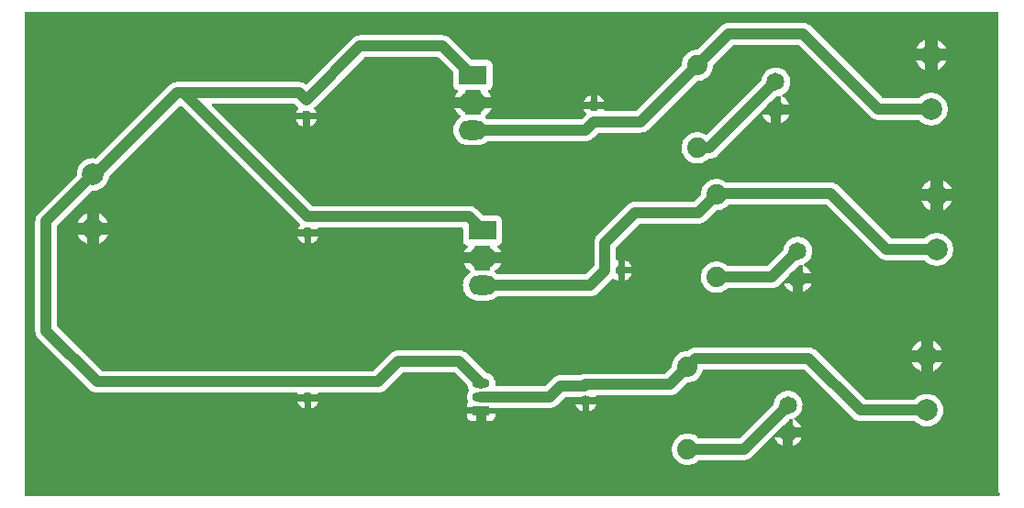
<source format=gbl>
G04 Layer: BottomLayer*
G04 EasyEDA v6.5.46, 2025-05-24 16:21:16*
G04 ef174af1d8114eec8ec5a0e0ba4c07ea,10*
G04 Gerber Generator version 0.2*
G04 Scale: 100 percent, Rotated: No, Reflected: No *
G04 Dimensions in millimeters *
G04 leading zeros omitted , absolute positions ,4 integer and 5 decimal *
%FSLAX45Y45*%
%MOMM*%

%ADD10C,1.0000*%
%ADD11C,1.6510*%
%ADD12C,2.0000*%
%ADD13C,1.8796*%
%ADD14O,2.5999948X1.7999964*%
%ADD15R,2.6000X1.8000*%
%ADD16O,1.5999968X0.8999982*%
%ADD17R,1.6000X0.9000*%
%ADD18R,0.0142X0.9000*%

%LPD*%
G36*
X736092Y3225800D02*
G01*
X732180Y3226562D01*
X728929Y3228797D01*
X726694Y3232048D01*
X725932Y3235960D01*
X725932Y7685531D01*
X726694Y7689443D01*
X728929Y7692694D01*
X732180Y7694930D01*
X736092Y7695692D01*
X9705340Y7695692D01*
X9709251Y7694930D01*
X9712502Y7692694D01*
X9714738Y7689443D01*
X9715500Y7685531D01*
X9715500Y3264915D01*
X9716211Y3263188D01*
X9724694Y3254705D01*
X9726930Y3251403D01*
X9727692Y3247491D01*
X9727692Y3235960D01*
X9726930Y3232048D01*
X9724694Y3228797D01*
X9721443Y3226562D01*
X9717532Y3225800D01*
G37*

%LPC*%
G36*
X6837070Y3513378D02*
G01*
X6853529Y3513378D01*
X6869938Y3515258D01*
X6885990Y3519017D01*
X6901535Y3524554D01*
X6916318Y3531819D01*
X6930186Y3540709D01*
X6942988Y3551174D01*
X6945731Y3554018D01*
X6949084Y3556304D01*
X6953046Y3557117D01*
X7365644Y3557117D01*
X7379106Y3557981D01*
X7392009Y3560572D01*
X7404455Y3564788D01*
X7416241Y3570579D01*
X7427163Y3577894D01*
X7437272Y3586784D01*
X7705191Y3854653D01*
X7708442Y3856837D01*
X7712354Y3857599D01*
X7724800Y3857599D01*
X7724800Y3870045D01*
X7725562Y3873957D01*
X7727746Y3877208D01*
X7779410Y3928922D01*
X7782204Y3930853D01*
X7785404Y3931818D01*
X7795920Y3933088D01*
X7807502Y3935882D01*
X7811109Y3936085D01*
X7814614Y3934968D01*
X7817459Y3932732D01*
X7819390Y3929583D01*
X7820050Y3925976D01*
X7820050Y3857599D01*
X7896453Y3857599D01*
X7895691Y3859987D01*
X7888884Y3874211D01*
X7880502Y3887571D01*
X7870545Y3899814D01*
X7859268Y3910787D01*
X7846720Y3920337D01*
X7833106Y3928364D01*
X7829956Y3931310D01*
X7828280Y3935272D01*
X7828381Y3939590D01*
X7830312Y3943451D01*
X7833614Y3946144D01*
X7840065Y3949446D01*
X7853121Y3958285D01*
X7865059Y3968546D01*
X7875676Y3980179D01*
X7884871Y3992981D01*
X7892491Y4006799D01*
X7898434Y4021378D01*
X7902549Y4036618D01*
X7904886Y4052163D01*
X7905394Y4067962D01*
X7903972Y4083659D01*
X7900720Y4099051D01*
X7895691Y4113987D01*
X7888884Y4128211D01*
X7880502Y4141571D01*
X7870545Y4153814D01*
X7859268Y4164787D01*
X7846720Y4174337D01*
X7833156Y4182364D01*
X7818729Y4188714D01*
X7803642Y4193286D01*
X7788148Y4196080D01*
X7772400Y4197045D01*
X7756652Y4196080D01*
X7741158Y4193286D01*
X7726070Y4188714D01*
X7711643Y4182364D01*
X7698079Y4174337D01*
X7685531Y4164787D01*
X7674254Y4153814D01*
X7664297Y4141571D01*
X7655915Y4128211D01*
X7649108Y4113987D01*
X7644079Y4099051D01*
X7640828Y4083659D01*
X7640269Y4077360D01*
X7639354Y4073956D01*
X7637322Y4071061D01*
X7327341Y3761079D01*
X7324039Y3758844D01*
X7320178Y3758082D01*
X6953046Y3758082D01*
X6949389Y3758793D01*
X6946188Y3760774D01*
X6936740Y3769410D01*
X6923379Y3779113D01*
X6909053Y3787241D01*
X6893864Y3793642D01*
X6878015Y3798315D01*
X6861759Y3801110D01*
X6845300Y3802075D01*
X6828840Y3801110D01*
X6812584Y3798315D01*
X6796735Y3793642D01*
X6781546Y3787241D01*
X6767220Y3779113D01*
X6753859Y3769410D01*
X6741718Y3758285D01*
X6730898Y3745788D01*
X6721602Y3732174D01*
X6713880Y3717594D01*
X6707936Y3702253D01*
X6703720Y3686301D01*
X6701383Y3669944D01*
X6700875Y3653485D01*
X6702298Y3637026D01*
X6705600Y3620871D01*
X6710680Y3605174D01*
X6717538Y3590188D01*
X6726072Y3576065D01*
X6736130Y3563010D01*
X6747611Y3551174D01*
X6760413Y3540709D01*
X6774281Y3531819D01*
X6789064Y3524554D01*
X6804609Y3519017D01*
X6820662Y3515258D01*
G37*
G36*
X7724800Y3686048D02*
G01*
X7724800Y3762349D01*
X7648397Y3762349D01*
X7652308Y3752799D01*
X7659928Y3738981D01*
X7669123Y3726179D01*
X7679740Y3714546D01*
X7691678Y3704285D01*
X7704734Y3695446D01*
X7718755Y3688283D01*
G37*
G36*
X7820050Y3686048D02*
G01*
X7826044Y3688283D01*
X7840065Y3695446D01*
X7853121Y3704285D01*
X7865059Y3714546D01*
X7875676Y3726179D01*
X7884871Y3738981D01*
X7892491Y3752799D01*
X7896402Y3762349D01*
X7820050Y3762349D01*
G37*
G36*
X9055100Y3866286D02*
G01*
X9071965Y3867200D01*
X9088577Y3870045D01*
X9104782Y3874719D01*
X9120378Y3881170D01*
X9135160Y3889349D01*
X9148927Y3899103D01*
X9161526Y3910329D01*
X9172752Y3922928D01*
X9182506Y3936695D01*
X9190685Y3951478D01*
X9197136Y3967073D01*
X9201810Y3983278D01*
X9204655Y3999890D01*
X9205569Y4016756D01*
X9204655Y4033621D01*
X9201810Y4050233D01*
X9197136Y4066438D01*
X9190685Y4082034D01*
X9182506Y4096816D01*
X9172752Y4110583D01*
X9161526Y4123182D01*
X9148927Y4134408D01*
X9135160Y4144162D01*
X9120378Y4152341D01*
X9104782Y4158792D01*
X9088577Y4163466D01*
X9071965Y4166311D01*
X9055100Y4167225D01*
X9038234Y4166311D01*
X9021622Y4163466D01*
X9005417Y4158792D01*
X8989822Y4152341D01*
X8975039Y4144162D01*
X8961272Y4134408D01*
X8948674Y4123182D01*
X8946438Y4120642D01*
X8943035Y4118152D01*
X8938869Y4117238D01*
X8487765Y4117238D01*
X8483904Y4118000D01*
X8480602Y4120235D01*
X8034172Y4566615D01*
X8024063Y4575505D01*
X8013141Y4582820D01*
X8001355Y4588611D01*
X7988909Y4592828D01*
X7976006Y4595418D01*
X7962544Y4596282D01*
X6921855Y4596282D01*
X6908393Y4595418D01*
X6895490Y4592828D01*
X6883044Y4588611D01*
X6871258Y4582820D01*
X6860336Y4575505D01*
X6850024Y4566462D01*
X6847179Y4564735D01*
X6843928Y4563973D01*
X6828840Y4563110D01*
X6812584Y4560316D01*
X6796735Y4555642D01*
X6781546Y4549241D01*
X6767220Y4541113D01*
X6753859Y4531410D01*
X6741718Y4520285D01*
X6730898Y4507788D01*
X6721602Y4494174D01*
X6713880Y4479594D01*
X6707936Y4464253D01*
X6703720Y4448302D01*
X6701383Y4431944D01*
X6701078Y4421428D01*
X6700266Y4417669D01*
X6698081Y4414520D01*
X6640372Y4356811D01*
X6637121Y4354626D01*
X6633209Y4353864D01*
X5902299Y4353814D01*
X5892190Y4352950D01*
X5888939Y4352493D01*
X5879338Y4350359D01*
X5875832Y4349394D01*
X5867044Y4346194D01*
X5860948Y4343298D01*
X5856579Y4342282D01*
X5677255Y4342282D01*
X5663793Y4341418D01*
X5650890Y4338828D01*
X5638444Y4334611D01*
X5626658Y4328820D01*
X5615736Y4321505D01*
X5605627Y4312615D01*
X5536641Y4243679D01*
X5533339Y4241444D01*
X5529478Y4240682D01*
X5079441Y4240682D01*
X5075224Y4241596D01*
X5071770Y4244187D01*
X5069738Y4247946D01*
X5069382Y4252214D01*
X5070551Y4260697D01*
X5070551Y4273702D01*
X5068773Y4286605D01*
X5065268Y4299153D01*
X5060086Y4311142D01*
X5053279Y4322267D01*
X5045049Y4332376D01*
X5035550Y4341266D01*
X5024882Y4348784D01*
X5013350Y4354779D01*
X5001056Y4359148D01*
X4990693Y4361281D01*
X4987950Y4362297D01*
X4985562Y4364024D01*
X4808372Y4541215D01*
X4798263Y4550105D01*
X4787341Y4557420D01*
X4775555Y4563211D01*
X4763109Y4567428D01*
X4750206Y4570018D01*
X4736744Y4570882D01*
X4178655Y4570882D01*
X4165193Y4570018D01*
X4152290Y4567428D01*
X4139844Y4563211D01*
X4128058Y4557420D01*
X4117136Y4550105D01*
X4107027Y4541215D01*
X3947871Y4382109D01*
X3944569Y4379874D01*
X3940708Y4379112D01*
X1444091Y4379112D01*
X1440230Y4379874D01*
X1436928Y4382109D01*
X1030579Y4788458D01*
X1028344Y4791760D01*
X1027582Y4795621D01*
X1027582Y5716422D01*
X1028344Y5720283D01*
X1030579Y5723585D01*
X1347774Y6040780D01*
X1351330Y6043117D01*
X1355547Y6043777D01*
X1358900Y6043574D01*
X1375765Y6044488D01*
X1392377Y6047333D01*
X1408582Y6052007D01*
X1424178Y6058458D01*
X1438960Y6066637D01*
X1452727Y6076391D01*
X1465326Y6087618D01*
X1476552Y6100216D01*
X1486306Y6113983D01*
X1494485Y6128766D01*
X1500936Y6144361D01*
X1505610Y6160566D01*
X1508404Y6176924D01*
X1509369Y6179870D01*
X1511198Y6182410D01*
X2157577Y6828739D01*
X2160879Y6830974D01*
X2164791Y6831736D01*
X2168652Y6830974D01*
X2171954Y6828739D01*
X3265932Y5734761D01*
X3268167Y5731408D01*
X3268929Y5727496D01*
X3268116Y5723585D01*
X3265576Y5720029D01*
X3257245Y5709513D01*
X3250438Y5697982D01*
X3245205Y5685586D01*
X3244748Y5684012D01*
X3308756Y5684012D01*
X3308756Y5694222D01*
X3309721Y5698540D01*
X3312414Y5702046D01*
X3316325Y5704078D01*
X3320694Y5704230D01*
X3326942Y5703112D01*
X3336899Y5702300D01*
X3361283Y5702249D01*
X3365195Y5701487D01*
X3368497Y5699252D01*
X3370681Y5696000D01*
X3371443Y5692089D01*
X3371443Y5684012D01*
X3435350Y5684012D01*
X3433673Y5688736D01*
X3433114Y5692546D01*
X3434029Y5696305D01*
X3436264Y5699455D01*
X3439515Y5701538D01*
X3443274Y5702249D01*
X4762855Y5702249D01*
X4766716Y5701487D01*
X4770018Y5699252D01*
X4772202Y5696000D01*
X4773015Y5692089D01*
X4773015Y5587339D01*
X4773828Y5578144D01*
X4776063Y5569661D01*
X4779822Y5561685D01*
X4784852Y5554472D01*
X4791049Y5548274D01*
X4798263Y5543194D01*
X4806238Y5539486D01*
X4809134Y5538724D01*
X4812792Y5536895D01*
X4815433Y5533745D01*
X4816602Y5529783D01*
X4816144Y5525719D01*
X4814062Y5522163D01*
X4803648Y5510479D01*
X4794554Y5497626D01*
X4786934Y5483860D01*
X4782972Y5474258D01*
X4882134Y5474258D01*
X4882134Y5526278D01*
X4882896Y5530138D01*
X4885131Y5533440D01*
X4888433Y5535625D01*
X4892294Y5536438D01*
X5014671Y5536438D01*
X5018582Y5535625D01*
X5021884Y5533440D01*
X5024069Y5530138D01*
X5024831Y5526278D01*
X5024831Y5474258D01*
X5124043Y5474258D01*
X5120081Y5483860D01*
X5112461Y5497626D01*
X5103317Y5510479D01*
X5092903Y5522163D01*
X5090871Y5525719D01*
X5090363Y5529783D01*
X5091531Y5533745D01*
X5094173Y5536895D01*
X5097881Y5538724D01*
X5100777Y5539486D01*
X5108702Y5543194D01*
X5115915Y5548274D01*
X5122164Y5554472D01*
X5127193Y5561685D01*
X5130901Y5569661D01*
X5133187Y5578144D01*
X5134000Y5587339D01*
X5134000Y5766460D01*
X5133187Y5775655D01*
X5130901Y5784189D01*
X5127193Y5792165D01*
X5122164Y5799328D01*
X5115915Y5805576D01*
X5108702Y5810605D01*
X5100777Y5814314D01*
X5092242Y5816600D01*
X5083048Y5817412D01*
X4959350Y5817412D01*
X4955438Y5818174D01*
X4952136Y5820359D01*
X4898948Y5873597D01*
X4888839Y5882436D01*
X4877917Y5889752D01*
X4866132Y5895594D01*
X4853686Y5899810D01*
X4840782Y5902350D01*
X4827320Y5903264D01*
X3385921Y5903264D01*
X3382060Y5904026D01*
X3378758Y5906211D01*
X2455875Y6829044D01*
X2453690Y6832346D01*
X2452928Y6836257D01*
X2453690Y6840118D01*
X2455875Y6843420D01*
X2459177Y6845655D01*
X2463088Y6846417D01*
X3216910Y6846417D01*
X3220770Y6845655D01*
X3224072Y6843420D01*
X3253232Y6814261D01*
X3255467Y6810908D01*
X3256229Y6806996D01*
X3255416Y6803085D01*
X3252876Y6799529D01*
X3244545Y6789013D01*
X3237738Y6777481D01*
X3232505Y6765086D01*
X3232048Y6763512D01*
X3296056Y6763512D01*
X3296056Y6773722D01*
X3297021Y6778040D01*
X3299714Y6781546D01*
X3303625Y6783578D01*
X3307994Y6783730D01*
X3314242Y6782612D01*
X3324199Y6781800D01*
X3327247Y6781749D01*
X3340252Y6782562D01*
X3346602Y6783831D01*
X3351072Y6783730D01*
X3355035Y6781749D01*
X3357778Y6778244D01*
X3358743Y6773875D01*
X3358743Y6763512D01*
X3422650Y6763512D01*
X3419906Y6771386D01*
X3413861Y6783324D01*
X3406241Y6794398D01*
X3401060Y6800138D01*
X3399078Y6803440D01*
X3398418Y6807200D01*
X3399282Y6810959D01*
X3401415Y6814159D01*
X3862476Y7275220D01*
X3865778Y7277455D01*
X3869690Y7278217D01*
X4538878Y7278217D01*
X4542739Y7277455D01*
X4546041Y7275220D01*
X4681118Y7140143D01*
X4683302Y7136841D01*
X4684115Y7132980D01*
X4684115Y7022439D01*
X4684928Y7013244D01*
X4687163Y7004761D01*
X4690922Y6996785D01*
X4695952Y6989572D01*
X4702149Y6983374D01*
X4709363Y6978294D01*
X4717338Y6974586D01*
X4720234Y6973824D01*
X4723892Y6971995D01*
X4726533Y6968845D01*
X4727702Y6964883D01*
X4727244Y6960819D01*
X4725162Y6957263D01*
X4714748Y6945579D01*
X4705654Y6932726D01*
X4698034Y6918959D01*
X4694072Y6909358D01*
X4793234Y6909358D01*
X4793234Y6961378D01*
X4793996Y6965238D01*
X4796231Y6968540D01*
X4799533Y6970725D01*
X4803394Y6971538D01*
X4925771Y6971538D01*
X4929682Y6970725D01*
X4932984Y6968540D01*
X4935169Y6965238D01*
X4935931Y6961378D01*
X4935931Y6909358D01*
X5035143Y6909358D01*
X5031181Y6918959D01*
X5023561Y6932726D01*
X5014417Y6945579D01*
X5004003Y6957263D01*
X5001971Y6960819D01*
X5001463Y6964883D01*
X5002631Y6968845D01*
X5005273Y6971995D01*
X5008981Y6973824D01*
X5011877Y6974586D01*
X5019802Y6978294D01*
X5027015Y6983374D01*
X5033264Y6989572D01*
X5038293Y6996785D01*
X5042001Y7004761D01*
X5044287Y7013244D01*
X5045100Y7022439D01*
X5045100Y7201560D01*
X5044287Y7210755D01*
X5042001Y7219289D01*
X5038293Y7227265D01*
X5033264Y7234428D01*
X5027015Y7240676D01*
X5019802Y7245705D01*
X5011877Y7249414D01*
X5003342Y7251700D01*
X4994148Y7252512D01*
X4857242Y7252512D01*
X4853330Y7253274D01*
X4850028Y7255459D01*
X4655972Y7449515D01*
X4645863Y7458405D01*
X4634941Y7465720D01*
X4623155Y7471511D01*
X4610709Y7475728D01*
X4597806Y7478318D01*
X4584344Y7479182D01*
X3824173Y7479182D01*
X3810711Y7478318D01*
X3797858Y7475728D01*
X3785412Y7471511D01*
X3773627Y7465720D01*
X3762654Y7458405D01*
X3752545Y7449515D01*
X3333242Y7030212D01*
X3330397Y7028230D01*
X3327044Y7027265D01*
X3323590Y7027519D01*
X3320389Y7028942D01*
X3312972Y7033920D01*
X3301187Y7039711D01*
X3288741Y7043928D01*
X3275838Y7046518D01*
X3262426Y7047382D01*
X2133955Y7047382D01*
X2120493Y7046518D01*
X2107590Y7043928D01*
X2095144Y7039711D01*
X2083358Y7033920D01*
X2072436Y7026605D01*
X2062327Y7017715D01*
X1390040Y6345478D01*
X1387449Y6343599D01*
X1384401Y6342634D01*
X1381201Y6342634D01*
X1375765Y6343599D01*
X1358900Y6344513D01*
X1342034Y6343599D01*
X1325422Y6340754D01*
X1309217Y6336080D01*
X1293622Y6329629D01*
X1278839Y6321450D01*
X1265072Y6311696D01*
X1252474Y6300470D01*
X1241247Y6287871D01*
X1231493Y6274104D01*
X1223314Y6259322D01*
X1216863Y6243726D01*
X1212189Y6227521D01*
X1209344Y6210909D01*
X1208430Y6194044D01*
X1208633Y6190691D01*
X1207973Y6186474D01*
X1205636Y6182918D01*
X856284Y5833516D01*
X847394Y5823407D01*
X840079Y5812485D01*
X834288Y5800699D01*
X830071Y5788253D01*
X827481Y5775350D01*
X826617Y5761888D01*
X826617Y4750155D01*
X827481Y4736693D01*
X830071Y4723790D01*
X834288Y4711344D01*
X840079Y4699558D01*
X847394Y4688636D01*
X856284Y4678527D01*
X1326997Y4207814D01*
X1337106Y4198924D01*
X1348028Y4191609D01*
X1359814Y4185818D01*
X1372260Y4181601D01*
X1385163Y4179011D01*
X1398625Y4178147D01*
X3236874Y4178147D01*
X3240735Y4177334D01*
X3244037Y4175150D01*
X3246272Y4171797D01*
X3247034Y4167886D01*
X3246221Y4164025D01*
X3244748Y4160012D01*
X3308756Y4160012D01*
X3308756Y4167987D01*
X3309518Y4171848D01*
X3311702Y4175150D01*
X3315004Y4177385D01*
X3318916Y4178147D01*
X3361283Y4178147D01*
X3365195Y4177385D01*
X3368497Y4175150D01*
X3370681Y4171848D01*
X3371443Y4167987D01*
X3371443Y4160012D01*
X3435350Y4160012D01*
X3433724Y4164634D01*
X3433165Y4168444D01*
X3434079Y4172204D01*
X3436315Y4175302D01*
X3439515Y4177385D01*
X3443325Y4178147D01*
X3986174Y4178147D01*
X3999636Y4179011D01*
X4012539Y4181601D01*
X4024985Y4185818D01*
X4036771Y4191609D01*
X4047693Y4198924D01*
X4057802Y4207814D01*
X4216958Y4366920D01*
X4220260Y4369155D01*
X4224121Y4369917D01*
X4691278Y4369917D01*
X4695139Y4369155D01*
X4698441Y4366920D01*
X4808474Y4256887D01*
X4810404Y4254246D01*
X4811369Y4251096D01*
X4811826Y4247794D01*
X4815332Y4235246D01*
X4820513Y4223258D01*
X4827320Y4212132D01*
X4828946Y4210100D01*
X4830622Y4207103D01*
X4831232Y4203700D01*
X4830622Y4200296D01*
X4828946Y4197299D01*
X4827320Y4195267D01*
X4820513Y4184142D01*
X4815332Y4172153D01*
X4811826Y4159605D01*
X4810048Y4146702D01*
X4810048Y4133697D01*
X4811826Y4120794D01*
X4815332Y4108246D01*
X4820208Y4097020D01*
X4821021Y4093667D01*
X4820666Y4090263D01*
X4819192Y4087164D01*
X4816602Y4083405D01*
X4812893Y4075480D01*
X4810607Y4066946D01*
X4809794Y4057751D01*
X4809794Y4042054D01*
X4897170Y4042054D01*
X4900472Y4044137D01*
X4904333Y4044797D01*
X4908245Y4044696D01*
X4911293Y4044187D01*
X4914290Y4043172D01*
X4927193Y4040581D01*
X4940655Y4039717D01*
X5574944Y4039717D01*
X5588406Y4040581D01*
X5601309Y4043172D01*
X5613755Y4047388D01*
X5625541Y4053179D01*
X5636463Y4060494D01*
X5646572Y4069384D01*
X5715558Y4138320D01*
X5718860Y4140555D01*
X5722721Y4141317D01*
X5798667Y4141317D01*
X5802680Y4140454D01*
X5806084Y4138117D01*
X5808218Y4134612D01*
X5874766Y4134612D01*
X5876899Y4138117D01*
X5880252Y4140454D01*
X5884316Y4141317D01*
X5893612Y4141317D01*
X5907074Y4142181D01*
X5919927Y4144772D01*
X5923432Y4145940D01*
X5927242Y4146448D01*
X5930950Y4145534D01*
X5934049Y4143298D01*
X5936132Y4140098D01*
X5936843Y4134612D01*
X6000750Y4134612D01*
X5999073Y4139336D01*
X5998514Y4143146D01*
X5999429Y4146905D01*
X6001664Y4150055D01*
X6004915Y4152137D01*
X6008674Y4152849D01*
X6678726Y4152849D01*
X6692138Y4153712D01*
X6705041Y4156303D01*
X6717487Y4160520D01*
X6729272Y4166311D01*
X6740194Y4173626D01*
X6750354Y4182516D01*
X6840220Y4272381D01*
X6843522Y4274616D01*
X6847382Y4275378D01*
X6853529Y4275378D01*
X6869938Y4277258D01*
X6885990Y4281017D01*
X6901535Y4286554D01*
X6916318Y4293819D01*
X6930186Y4302709D01*
X6942988Y4313174D01*
X6954469Y4325010D01*
X6964527Y4338066D01*
X6973062Y4352188D01*
X6979920Y4367174D01*
X6985000Y4382871D01*
X6985863Y4387138D01*
X6987133Y4390390D01*
X6989419Y4393031D01*
X6992416Y4394708D01*
X6995820Y4395317D01*
X7917078Y4395317D01*
X7920939Y4394555D01*
X7924241Y4392320D01*
X8370671Y3945940D01*
X8380780Y3937050D01*
X8391702Y3929735D01*
X8403488Y3923944D01*
X8415934Y3919728D01*
X8428837Y3917137D01*
X8442299Y3916273D01*
X8938869Y3916273D01*
X8943035Y3915359D01*
X8946438Y3912870D01*
X8948674Y3910329D01*
X8961272Y3899103D01*
X8975039Y3889349D01*
X8989822Y3881170D01*
X9005417Y3874719D01*
X9021622Y3870045D01*
X9038234Y3867200D01*
G37*
G36*
X4986629Y3917696D02*
G01*
X5019852Y3917696D01*
X5029047Y3918508D01*
X5037582Y3920794D01*
X5045506Y3924503D01*
X5052720Y3929532D01*
X5058968Y3935780D01*
X5063998Y3942994D01*
X5067706Y3950919D01*
X5069992Y3959453D01*
X5070805Y3968648D01*
X5070805Y3984345D01*
X4986629Y3984345D01*
G37*
G36*
X4860747Y3917696D02*
G01*
X4893970Y3917696D01*
X4893970Y3984345D01*
X4809794Y3984345D01*
X4809794Y3968648D01*
X4810607Y3959453D01*
X4812893Y3950919D01*
X4816602Y3942994D01*
X4821631Y3935780D01*
X4827879Y3929532D01*
X4835093Y3924503D01*
X4843018Y3920794D01*
X4851552Y3918508D01*
G37*
G36*
X5874156Y4007865D02*
G01*
X5874156Y4071874D01*
X5810148Y4071874D01*
X5810605Y4070299D01*
X5815838Y4057904D01*
X5822645Y4046372D01*
X5830976Y4035856D01*
X5840628Y4026509D01*
X5851448Y4018534D01*
X5863183Y4012082D01*
G37*
G36*
X5936843Y4008018D02*
G01*
X5941618Y4009491D01*
X5953760Y4015130D01*
X5965088Y4022344D01*
X5975350Y4031030D01*
X5984341Y4040987D01*
X5991961Y4052062D01*
X5998006Y4064000D01*
X6000750Y4071874D01*
X5936843Y4071874D01*
G37*
G36*
X3308756Y4033265D02*
G01*
X3308756Y4097274D01*
X3244748Y4097274D01*
X3245205Y4095699D01*
X3250438Y4083304D01*
X3257245Y4071772D01*
X3265576Y4061256D01*
X3275228Y4051909D01*
X3286048Y4043934D01*
X3297783Y4037482D01*
G37*
G36*
X3371443Y4033418D02*
G01*
X3376218Y4034891D01*
X3388360Y4040530D01*
X3399688Y4047744D01*
X3409950Y4056430D01*
X3418941Y4066387D01*
X3426561Y4077462D01*
X3432606Y4089400D01*
X3435350Y4097274D01*
X3371443Y4097274D01*
G37*
G36*
X9111437Y4378350D02*
G01*
X9120378Y4382058D01*
X9135160Y4390237D01*
X9148927Y4399991D01*
X9161526Y4411218D01*
X9172752Y4423816D01*
X9182506Y4437583D01*
X9190685Y4452366D01*
X9194393Y4461306D01*
X9111437Y4461306D01*
G37*
G36*
X8998762Y4378350D02*
G01*
X8998762Y4461306D01*
X8915806Y4461306D01*
X8919514Y4452366D01*
X8927693Y4437583D01*
X8937447Y4423816D01*
X8948674Y4411218D01*
X8961272Y4399991D01*
X8975039Y4390237D01*
X8989822Y4382058D01*
G37*
G36*
X8915806Y4573981D02*
G01*
X8998762Y4573981D01*
X8998762Y4656937D01*
X8989822Y4653229D01*
X8975039Y4645050D01*
X8961272Y4635296D01*
X8948674Y4624070D01*
X8937447Y4611471D01*
X8927693Y4597704D01*
X8919514Y4582922D01*
G37*
G36*
X9111437Y4573981D02*
G01*
X9194393Y4573981D01*
X9190685Y4582922D01*
X9182506Y4597704D01*
X9172752Y4611471D01*
X9161526Y4624070D01*
X9148927Y4635296D01*
X9135160Y4645050D01*
X9120378Y4653229D01*
X9111437Y4656937D01*
G37*
G36*
X4912766Y5028438D02*
G01*
X4992217Y5028438D01*
X5008219Y5029301D01*
X5023764Y5031943D01*
X5038902Y5036312D01*
X5053431Y5042357D01*
X5067249Y5049977D01*
X5080101Y5059070D01*
X5087620Y5065826D01*
X5090769Y5067706D01*
X5094376Y5068366D01*
X5944412Y5068366D01*
X5957874Y5069281D01*
X5970778Y5071821D01*
X5983224Y5076037D01*
X5995009Y5081879D01*
X6005931Y5089194D01*
X6016040Y5098084D01*
X6152438Y5234432D01*
X6155791Y5236667D01*
X6159703Y5237429D01*
X6163614Y5236616D01*
X6167170Y5234076D01*
X6177686Y5225745D01*
X6189218Y5218938D01*
X6201613Y5213705D01*
X6203188Y5213248D01*
X6203188Y5277256D01*
X6192977Y5277256D01*
X6188659Y5278221D01*
X6185154Y5280914D01*
X6183122Y5284825D01*
X6182969Y5289194D01*
X6184087Y5295442D01*
X6184900Y5305399D01*
X6184950Y5329783D01*
X6185712Y5333695D01*
X6187948Y5336997D01*
X6191199Y5339181D01*
X6195110Y5339943D01*
X6203188Y5339943D01*
X6203188Y5403850D01*
X6198463Y5402173D01*
X6194653Y5401614D01*
X6190894Y5402529D01*
X6187744Y5404764D01*
X6185662Y5408015D01*
X6184950Y5411774D01*
X6184950Y5517896D01*
X6185712Y5521807D01*
X6187948Y5525109D01*
X6401358Y5738520D01*
X6404660Y5740755D01*
X6408521Y5741517D01*
X6946544Y5741517D01*
X6960006Y5742381D01*
X6972909Y5744972D01*
X6985355Y5749188D01*
X6997141Y5754979D01*
X7008063Y5762294D01*
X7018172Y5771184D01*
X7106920Y5859881D01*
X7110222Y5862116D01*
X7114082Y5862878D01*
X7120229Y5862878D01*
X7136638Y5864758D01*
X7152690Y5868517D01*
X7168235Y5874054D01*
X7183018Y5881319D01*
X7196886Y5890209D01*
X7209688Y5900674D01*
X7221169Y5912510D01*
X7223353Y5915355D01*
X7225588Y5917488D01*
X7228382Y5918860D01*
X7231430Y5919317D01*
X8120278Y5919317D01*
X8124139Y5918555D01*
X8127441Y5916320D01*
X8611971Y5431840D01*
X8622080Y5422950D01*
X8633002Y5415635D01*
X8644788Y5409844D01*
X8657234Y5405628D01*
X8670137Y5403037D01*
X8683599Y5402173D01*
X9027769Y5402173D01*
X9031935Y5401259D01*
X9035338Y5398770D01*
X9037574Y5396230D01*
X9050172Y5385003D01*
X9063939Y5375249D01*
X9078722Y5367070D01*
X9094317Y5360619D01*
X9110522Y5355945D01*
X9127134Y5353100D01*
X9144000Y5352186D01*
X9160865Y5353100D01*
X9177477Y5355945D01*
X9193682Y5360619D01*
X9209278Y5367070D01*
X9224060Y5375249D01*
X9237827Y5385003D01*
X9250426Y5396230D01*
X9261652Y5408828D01*
X9271406Y5422595D01*
X9279585Y5437378D01*
X9286036Y5452973D01*
X9290710Y5469178D01*
X9293555Y5485790D01*
X9294469Y5502656D01*
X9293555Y5519521D01*
X9290710Y5536133D01*
X9286036Y5552338D01*
X9279585Y5567934D01*
X9271406Y5582716D01*
X9261652Y5596483D01*
X9250426Y5609082D01*
X9237827Y5620308D01*
X9224060Y5630062D01*
X9209278Y5638241D01*
X9193682Y5644692D01*
X9177477Y5649366D01*
X9160865Y5652211D01*
X9144000Y5653125D01*
X9127134Y5652211D01*
X9110522Y5649366D01*
X9094317Y5644692D01*
X9078722Y5638241D01*
X9063939Y5630062D01*
X9050172Y5620308D01*
X9037574Y5609082D01*
X9035338Y5606542D01*
X9031935Y5604052D01*
X9027769Y5603138D01*
X8729065Y5603138D01*
X8725204Y5603900D01*
X8721902Y5606135D01*
X8237372Y6090615D01*
X8227263Y6099505D01*
X8216341Y6106820D01*
X8204555Y6112611D01*
X8192109Y6116828D01*
X8179206Y6119418D01*
X8165744Y6120282D01*
X7204862Y6120282D01*
X7201712Y6120790D01*
X7198918Y6122212D01*
X7190079Y6128613D01*
X7175753Y6136741D01*
X7160564Y6143142D01*
X7144715Y6147816D01*
X7128459Y6150610D01*
X7112000Y6151575D01*
X7095540Y6150610D01*
X7079284Y6147816D01*
X7063435Y6143142D01*
X7048246Y6136741D01*
X7033920Y6128613D01*
X7020559Y6118910D01*
X7008418Y6107785D01*
X6997598Y6095288D01*
X6988302Y6081674D01*
X6980580Y6067094D01*
X6974636Y6051753D01*
X6970420Y6035802D01*
X6968083Y6019444D01*
X6967778Y6008928D01*
X6966966Y6005169D01*
X6964781Y6002020D01*
X6908241Y5945479D01*
X6904939Y5943244D01*
X6901078Y5942482D01*
X6363055Y5942482D01*
X6349593Y5941618D01*
X6336690Y5939028D01*
X6324244Y5934811D01*
X6312458Y5929020D01*
X6301536Y5921705D01*
X6291427Y5912815D01*
X6013602Y5635040D01*
X6004763Y5624931D01*
X5997448Y5614009D01*
X5991606Y5602224D01*
X5987389Y5589778D01*
X5984849Y5576874D01*
X5983935Y5563412D01*
X5983935Y5354421D01*
X5983173Y5350560D01*
X5980988Y5347258D01*
X5906109Y5272379D01*
X5902807Y5270144D01*
X5898896Y5269382D01*
X5094427Y5269382D01*
X5090820Y5270042D01*
X5087670Y5271973D01*
X5080101Y5278729D01*
X5068062Y5287264D01*
X5065420Y5290058D01*
X5063947Y5293614D01*
X5063947Y5297474D01*
X5065420Y5301081D01*
X5068062Y5303824D01*
X5081066Y5313070D01*
X5092852Y5323586D01*
X5103317Y5335320D01*
X5112461Y5348173D01*
X5120081Y5361940D01*
X5124043Y5371541D01*
X5024831Y5371541D01*
X5024831Y5317693D01*
X5023916Y5313426D01*
X5021224Y5309971D01*
X5017363Y5307939D01*
X5012994Y5307685D01*
X5008219Y5308498D01*
X4992217Y5309412D01*
X4912766Y5309412D01*
X4896764Y5308498D01*
X4894021Y5308041D01*
X4889652Y5308244D01*
X4885740Y5310276D01*
X4883099Y5313781D01*
X4882134Y5318048D01*
X4882134Y5371541D01*
X4782972Y5371541D01*
X4786934Y5361940D01*
X4794554Y5348173D01*
X4803648Y5335320D01*
X4814163Y5323586D01*
X4825898Y5313070D01*
X4837938Y5304536D01*
X4840579Y5301792D01*
X4842002Y5298186D01*
X4842002Y5294325D01*
X4840579Y5290769D01*
X4837938Y5287975D01*
X4824882Y5278729D01*
X4813147Y5268264D01*
X4802682Y5256479D01*
X4793538Y5243626D01*
X4785918Y5229860D01*
X4779873Y5215331D01*
X4775555Y5200192D01*
X4772914Y5184648D01*
X4771999Y5168900D01*
X4772914Y5153202D01*
X4775555Y5137658D01*
X4779873Y5122519D01*
X4785918Y5107940D01*
X4793538Y5094173D01*
X4802682Y5081320D01*
X4813147Y5069586D01*
X4824882Y5059070D01*
X4837734Y5049977D01*
X4851552Y5042357D01*
X4866081Y5036312D01*
X4881219Y5031943D01*
X4896764Y5029301D01*
G37*
G36*
X7103770Y5100878D02*
G01*
X7120229Y5100878D01*
X7136638Y5102758D01*
X7152690Y5106517D01*
X7168235Y5112054D01*
X7183018Y5119319D01*
X7196886Y5128209D01*
X7209688Y5138674D01*
X7212431Y5141518D01*
X7215784Y5143804D01*
X7219746Y5144617D01*
X7619644Y5144617D01*
X7633106Y5145481D01*
X7646009Y5148072D01*
X7658455Y5152288D01*
X7670241Y5158079D01*
X7681163Y5165394D01*
X7691272Y5174284D01*
X7794091Y5277053D01*
X7797342Y5279237D01*
X7801254Y5279999D01*
X7813700Y5279999D01*
X7813700Y5292445D01*
X7814462Y5296357D01*
X7816646Y5299608D01*
X7868310Y5351322D01*
X7871104Y5353253D01*
X7874304Y5354218D01*
X7884820Y5355488D01*
X7896402Y5358282D01*
X7900009Y5358485D01*
X7903514Y5357368D01*
X7906359Y5355132D01*
X7908290Y5351983D01*
X7908950Y5348376D01*
X7908950Y5279999D01*
X7985353Y5279999D01*
X7984591Y5282387D01*
X7977784Y5296611D01*
X7969402Y5309971D01*
X7959445Y5322214D01*
X7948168Y5333187D01*
X7935620Y5342737D01*
X7922006Y5350764D01*
X7918856Y5353710D01*
X7917180Y5357672D01*
X7917281Y5361990D01*
X7919212Y5365851D01*
X7922514Y5368544D01*
X7928965Y5371846D01*
X7942021Y5380685D01*
X7953959Y5390946D01*
X7964576Y5402580D01*
X7973771Y5415381D01*
X7981391Y5429199D01*
X7987334Y5443778D01*
X7991449Y5459018D01*
X7993786Y5474563D01*
X7994294Y5490362D01*
X7992872Y5506059D01*
X7989620Y5521452D01*
X7984591Y5536387D01*
X7977784Y5550611D01*
X7969402Y5563971D01*
X7959445Y5576214D01*
X7948168Y5587187D01*
X7935620Y5596737D01*
X7922056Y5604764D01*
X7907629Y5611114D01*
X7892542Y5615686D01*
X7877048Y5618480D01*
X7861300Y5619445D01*
X7845552Y5618480D01*
X7830058Y5615686D01*
X7814970Y5611114D01*
X7800543Y5604764D01*
X7786979Y5596737D01*
X7774431Y5587187D01*
X7763154Y5576214D01*
X7753197Y5563971D01*
X7744815Y5550611D01*
X7738008Y5536387D01*
X7732979Y5521452D01*
X7729728Y5506059D01*
X7729169Y5499760D01*
X7728254Y5496356D01*
X7726222Y5493461D01*
X7581341Y5348579D01*
X7578039Y5346344D01*
X7574178Y5345582D01*
X7219746Y5345582D01*
X7216089Y5346293D01*
X7212888Y5348274D01*
X7203440Y5356910D01*
X7190079Y5366613D01*
X7175753Y5374741D01*
X7160564Y5381142D01*
X7144715Y5385816D01*
X7128459Y5388610D01*
X7112000Y5389575D01*
X7095540Y5388610D01*
X7079284Y5385816D01*
X7063435Y5381142D01*
X7048246Y5374741D01*
X7033920Y5366613D01*
X7020559Y5356910D01*
X7008418Y5345785D01*
X6997598Y5333288D01*
X6988302Y5319674D01*
X6980580Y5305094D01*
X6974636Y5289753D01*
X6970420Y5273802D01*
X6968083Y5257444D01*
X6967575Y5240985D01*
X6968998Y5224526D01*
X6972300Y5208371D01*
X6977380Y5192674D01*
X6984238Y5177688D01*
X6992772Y5163566D01*
X7002830Y5150510D01*
X7014311Y5138674D01*
X7027113Y5128209D01*
X7040981Y5119319D01*
X7055764Y5112054D01*
X7071309Y5106517D01*
X7087362Y5102758D01*
G37*
G36*
X7908950Y5108448D02*
G01*
X7914944Y5110683D01*
X7928965Y5117846D01*
X7942021Y5126685D01*
X7953959Y5136946D01*
X7964576Y5148580D01*
X7973771Y5161381D01*
X7981391Y5175199D01*
X7985302Y5184749D01*
X7908950Y5184749D01*
G37*
G36*
X7813700Y5108448D02*
G01*
X7813700Y5184749D01*
X7737297Y5184749D01*
X7741208Y5175199D01*
X7748828Y5161381D01*
X7758023Y5148580D01*
X7768640Y5136946D01*
X7780578Y5126685D01*
X7793634Y5117846D01*
X7807655Y5110683D01*
G37*
G36*
X6265926Y5213248D02*
G01*
X6267500Y5213705D01*
X6279896Y5218938D01*
X6291427Y5225745D01*
X6301943Y5234076D01*
X6311290Y5243728D01*
X6319266Y5254548D01*
X6325717Y5266283D01*
X6329934Y5277256D01*
X6265926Y5277256D01*
G37*
G36*
X6265926Y5339943D02*
G01*
X6329781Y5339943D01*
X6328308Y5344718D01*
X6322669Y5356860D01*
X6315456Y5368188D01*
X6306769Y5378450D01*
X6296812Y5387441D01*
X6285738Y5395061D01*
X6273800Y5401106D01*
X6265926Y5403850D01*
G37*
G36*
X1302562Y5553862D02*
G01*
X1302562Y5636818D01*
X1219606Y5636818D01*
X1223314Y5627878D01*
X1231493Y5613095D01*
X1241247Y5599328D01*
X1252474Y5586730D01*
X1265072Y5575503D01*
X1278839Y5565749D01*
X1293622Y5557570D01*
G37*
G36*
X1415237Y5553862D02*
G01*
X1424178Y5557570D01*
X1438960Y5565749D01*
X1452727Y5575503D01*
X1465326Y5586730D01*
X1476552Y5599328D01*
X1486306Y5613095D01*
X1494485Y5627878D01*
X1498193Y5636818D01*
X1415237Y5636818D01*
G37*
G36*
X3308756Y5557266D02*
G01*
X3308756Y5621274D01*
X3244748Y5621274D01*
X3245205Y5619699D01*
X3250438Y5607304D01*
X3257245Y5595772D01*
X3265576Y5585256D01*
X3275228Y5575909D01*
X3286048Y5567934D01*
X3297783Y5561482D01*
G37*
G36*
X3371443Y5557418D02*
G01*
X3376218Y5558891D01*
X3388360Y5564530D01*
X3399688Y5571744D01*
X3409950Y5580430D01*
X3418941Y5590387D01*
X3426561Y5601462D01*
X3432606Y5613400D01*
X3435350Y5621274D01*
X3371443Y5621274D01*
G37*
G36*
X1219606Y5749493D02*
G01*
X1302562Y5749493D01*
X1302562Y5832449D01*
X1293622Y5828741D01*
X1278839Y5820562D01*
X1265072Y5810808D01*
X1252474Y5799582D01*
X1241247Y5786983D01*
X1231493Y5773216D01*
X1223314Y5758434D01*
G37*
G36*
X1415237Y5749493D02*
G01*
X1498193Y5749493D01*
X1494485Y5758434D01*
X1486306Y5773216D01*
X1476552Y5786983D01*
X1465326Y5799582D01*
X1452727Y5810808D01*
X1438960Y5820562D01*
X1424178Y5828741D01*
X1415237Y5832449D01*
G37*
G36*
X9200337Y5864250D02*
G01*
X9209278Y5867958D01*
X9224060Y5876137D01*
X9237827Y5885891D01*
X9250426Y5897118D01*
X9261652Y5909716D01*
X9271406Y5923483D01*
X9279585Y5938266D01*
X9283293Y5947206D01*
X9200337Y5947206D01*
G37*
G36*
X9087662Y5864250D02*
G01*
X9087662Y5947206D01*
X9004706Y5947206D01*
X9008414Y5938266D01*
X9016593Y5923483D01*
X9026347Y5909716D01*
X9037574Y5897118D01*
X9050172Y5885891D01*
X9063939Y5876137D01*
X9078722Y5867958D01*
G37*
G36*
X9004706Y6059881D02*
G01*
X9087662Y6059881D01*
X9087662Y6142837D01*
X9078722Y6139129D01*
X9063939Y6130950D01*
X9050172Y6121196D01*
X9037574Y6109970D01*
X9026347Y6097371D01*
X9016593Y6083604D01*
X9008414Y6068822D01*
G37*
G36*
X9200337Y6059881D02*
G01*
X9283293Y6059881D01*
X9279585Y6068822D01*
X9271406Y6083604D01*
X9261652Y6097371D01*
X9250426Y6109970D01*
X9237827Y6121196D01*
X9224060Y6130950D01*
X9209278Y6139129D01*
X9200337Y6142837D01*
G37*
G36*
X6925970Y6294678D02*
G01*
X6942429Y6294678D01*
X6958838Y6296558D01*
X6974890Y6300317D01*
X6990435Y6305854D01*
X7005218Y6313119D01*
X7019086Y6322009D01*
X7031888Y6332474D01*
X7034631Y6335318D01*
X7037984Y6337604D01*
X7041946Y6338417D01*
X7048144Y6338417D01*
X7061606Y6339281D01*
X7074509Y6341872D01*
X7086955Y6346088D01*
X7098741Y6351879D01*
X7109663Y6359194D01*
X7119772Y6368084D01*
X7590891Y6839153D01*
X7594142Y6841337D01*
X7598054Y6842099D01*
X7610500Y6842099D01*
X7610500Y6854545D01*
X7611262Y6858457D01*
X7613446Y6861708D01*
X7665110Y6913422D01*
X7667904Y6915353D01*
X7671104Y6916318D01*
X7681620Y6917588D01*
X7693202Y6920382D01*
X7696809Y6920585D01*
X7700314Y6919468D01*
X7703159Y6917232D01*
X7705090Y6914083D01*
X7705750Y6910476D01*
X7705750Y6842099D01*
X7782153Y6842099D01*
X7781391Y6844487D01*
X7774584Y6858711D01*
X7766202Y6872071D01*
X7756245Y6884314D01*
X7744968Y6895287D01*
X7732420Y6904837D01*
X7718806Y6912864D01*
X7715656Y6915810D01*
X7713980Y6919772D01*
X7714081Y6924090D01*
X7716012Y6927951D01*
X7719314Y6930644D01*
X7725765Y6933946D01*
X7738821Y6942785D01*
X7750759Y6953046D01*
X7761376Y6964680D01*
X7770571Y6977481D01*
X7778191Y6991299D01*
X7784134Y7005878D01*
X7788249Y7021118D01*
X7790586Y7036663D01*
X7791094Y7052462D01*
X7789672Y7068159D01*
X7786420Y7083552D01*
X7781391Y7098487D01*
X7774584Y7112711D01*
X7766202Y7126071D01*
X7756245Y7138314D01*
X7744968Y7149287D01*
X7732420Y7158837D01*
X7718856Y7166864D01*
X7704429Y7173214D01*
X7689342Y7177786D01*
X7673848Y7180580D01*
X7658100Y7181545D01*
X7642352Y7180580D01*
X7626858Y7177786D01*
X7611770Y7173214D01*
X7597343Y7166864D01*
X7583779Y7158837D01*
X7571231Y7149287D01*
X7559954Y7138314D01*
X7549997Y7126071D01*
X7541615Y7112711D01*
X7534808Y7098487D01*
X7529779Y7083552D01*
X7526528Y7068159D01*
X7525969Y7061860D01*
X7525054Y7058456D01*
X7523022Y7055561D01*
X7027468Y6560007D01*
X7024522Y6557975D01*
X7021068Y6557060D01*
X7017512Y6557416D01*
X7014311Y6558940D01*
X7012279Y6560413D01*
X6997953Y6568541D01*
X6982764Y6574942D01*
X6966915Y6579616D01*
X6950659Y6582409D01*
X6934200Y6583375D01*
X6917740Y6582409D01*
X6901484Y6579616D01*
X6885635Y6574942D01*
X6870446Y6568541D01*
X6856120Y6560413D01*
X6842759Y6550710D01*
X6830618Y6539585D01*
X6819798Y6527088D01*
X6810502Y6513474D01*
X6802780Y6498894D01*
X6796836Y6483553D01*
X6792620Y6467602D01*
X6790283Y6451244D01*
X6789775Y6434785D01*
X6791198Y6418326D01*
X6794500Y6402171D01*
X6799580Y6386474D01*
X6806438Y6371488D01*
X6814972Y6357366D01*
X6825030Y6344310D01*
X6836511Y6332474D01*
X6849313Y6322009D01*
X6863181Y6313119D01*
X6877964Y6305854D01*
X6893509Y6300317D01*
X6909562Y6296558D01*
G37*
G36*
X4823866Y6463538D02*
G01*
X4903317Y6463538D01*
X4919319Y6464401D01*
X4934864Y6467043D01*
X4950002Y6471412D01*
X4964531Y6477457D01*
X4978349Y6485077D01*
X4991201Y6494170D01*
X4998720Y6500926D01*
X5001869Y6502806D01*
X5005476Y6503466D01*
X5904026Y6503466D01*
X5917438Y6504381D01*
X5930341Y6506921D01*
X5942787Y6511137D01*
X5954572Y6516979D01*
X5965494Y6524294D01*
X5975654Y6533184D01*
X6020358Y6577888D01*
X6023660Y6580073D01*
X6027521Y6580835D01*
X6414312Y6580835D01*
X6427774Y6581749D01*
X6440678Y6584289D01*
X6453124Y6588506D01*
X6464909Y6594348D01*
X6475831Y6601663D01*
X6485940Y6610502D01*
X6929120Y7053681D01*
X6932422Y7055916D01*
X6936282Y7056678D01*
X6942429Y7056678D01*
X6958838Y7058558D01*
X6974890Y7062317D01*
X6990435Y7067854D01*
X7005218Y7075119D01*
X7019086Y7084009D01*
X7031888Y7094474D01*
X7043369Y7106310D01*
X7053427Y7119366D01*
X7061962Y7133488D01*
X7068820Y7148474D01*
X7073900Y7164171D01*
X7077202Y7180325D01*
X7078624Y7196785D01*
X7078522Y7198614D01*
X7079284Y7202678D01*
X7081520Y7206081D01*
X7264958Y7389520D01*
X7268260Y7391755D01*
X7272121Y7392517D01*
X7866278Y7392517D01*
X7870139Y7391755D01*
X7873441Y7389520D01*
X8535771Y6727240D01*
X8545880Y6718350D01*
X8556802Y6711035D01*
X8568588Y6705244D01*
X8581034Y6701028D01*
X8593937Y6698437D01*
X8607399Y6697573D01*
X8976969Y6697573D01*
X8981135Y6696659D01*
X8984538Y6694170D01*
X8986774Y6691630D01*
X8999372Y6680403D01*
X9013139Y6670649D01*
X9027922Y6662470D01*
X9043517Y6656019D01*
X9059722Y6651345D01*
X9076334Y6648500D01*
X9093200Y6647586D01*
X9110065Y6648500D01*
X9126677Y6651345D01*
X9142882Y6656019D01*
X9158478Y6662470D01*
X9173260Y6670649D01*
X9187027Y6680403D01*
X9199626Y6691630D01*
X9210852Y6704228D01*
X9220606Y6717995D01*
X9228785Y6732778D01*
X9235236Y6748373D01*
X9239910Y6764578D01*
X9242755Y6781190D01*
X9243669Y6798056D01*
X9242755Y6814921D01*
X9239910Y6831533D01*
X9235236Y6847738D01*
X9228785Y6863334D01*
X9220606Y6878116D01*
X9210852Y6891883D01*
X9199626Y6904481D01*
X9187027Y6915708D01*
X9173260Y6925462D01*
X9158478Y6933641D01*
X9142882Y6940092D01*
X9126677Y6944766D01*
X9110065Y6947611D01*
X9093200Y6948525D01*
X9076334Y6947611D01*
X9059722Y6944766D01*
X9043517Y6940092D01*
X9027922Y6933641D01*
X9013139Y6925462D01*
X8999372Y6915708D01*
X8986774Y6904481D01*
X8984538Y6901942D01*
X8981135Y6899452D01*
X8976969Y6898538D01*
X8652865Y6898538D01*
X8649004Y6899300D01*
X8645702Y6901535D01*
X7983372Y7563815D01*
X7973263Y7572705D01*
X7962341Y7580020D01*
X7950555Y7585811D01*
X7938109Y7590028D01*
X7925206Y7592618D01*
X7911744Y7593482D01*
X7226655Y7593482D01*
X7213193Y7592618D01*
X7200290Y7590028D01*
X7187844Y7585811D01*
X7176058Y7580020D01*
X7165136Y7572705D01*
X7155027Y7563815D01*
X6939432Y7348220D01*
X6936384Y7346137D01*
X6932828Y7345273D01*
X6917740Y7344409D01*
X6901484Y7341616D01*
X6885635Y7336942D01*
X6870446Y7330541D01*
X6856120Y7322413D01*
X6842759Y7312710D01*
X6830618Y7301585D01*
X6819798Y7289088D01*
X6810502Y7275474D01*
X6802780Y7260894D01*
X6796836Y7245553D01*
X6792620Y7229602D01*
X6790283Y7213244D01*
X6789978Y7202728D01*
X6789166Y7198969D01*
X6786981Y7195820D01*
X6376009Y6784848D01*
X6372707Y6782612D01*
X6368796Y6781850D01*
X6084874Y6781850D01*
X6081014Y6782612D01*
X6077712Y6784848D01*
X6075476Y6788150D01*
X6074714Y6792061D01*
X6075527Y6795973D01*
X6077051Y6800088D01*
X6013043Y6800088D01*
X6013043Y6792010D01*
X6012281Y6788099D01*
X6010097Y6784848D01*
X6006795Y6782612D01*
X6002883Y6781850D01*
X5981954Y6781850D01*
X5968847Y6781038D01*
X5962497Y6779768D01*
X5958027Y6779869D01*
X5954064Y6781850D01*
X5951321Y6785356D01*
X5950356Y6789724D01*
X5950356Y6800088D01*
X5886450Y6800088D01*
X5889193Y6792214D01*
X5895238Y6780275D01*
X5902858Y6769201D01*
X5908040Y6763461D01*
X5910021Y6760159D01*
X5910681Y6756400D01*
X5909818Y6752640D01*
X5907684Y6749440D01*
X5865672Y6707479D01*
X5862421Y6705244D01*
X5858510Y6704482D01*
X5005527Y6704482D01*
X5001920Y6705142D01*
X4998770Y6707073D01*
X4991201Y6713829D01*
X4979162Y6722364D01*
X4976520Y6725158D01*
X4975047Y6728714D01*
X4975047Y6732574D01*
X4976520Y6736181D01*
X4979162Y6738924D01*
X4992166Y6748170D01*
X5003952Y6758686D01*
X5014417Y6770420D01*
X5023561Y6783273D01*
X5031181Y6797040D01*
X5035143Y6806641D01*
X4935931Y6806641D01*
X4935931Y6752793D01*
X4935016Y6748525D01*
X4932324Y6745071D01*
X4928463Y6743039D01*
X4924094Y6742785D01*
X4919319Y6743598D01*
X4903317Y6744512D01*
X4823866Y6744512D01*
X4807864Y6743598D01*
X4805121Y6743141D01*
X4800752Y6743344D01*
X4796840Y6745376D01*
X4794199Y6748881D01*
X4793234Y6753148D01*
X4793234Y6806641D01*
X4694072Y6806641D01*
X4698034Y6797040D01*
X4705654Y6783273D01*
X4714748Y6770420D01*
X4725263Y6758686D01*
X4736998Y6748170D01*
X4749038Y6739636D01*
X4751679Y6736892D01*
X4753102Y6733286D01*
X4753102Y6729425D01*
X4751679Y6725869D01*
X4749038Y6723075D01*
X4735982Y6713829D01*
X4724247Y6703364D01*
X4713782Y6691579D01*
X4704638Y6678726D01*
X4697018Y6664959D01*
X4690973Y6650431D01*
X4686655Y6635292D01*
X4684014Y6619748D01*
X4683099Y6604000D01*
X4684014Y6588302D01*
X4686655Y6572758D01*
X4690973Y6557619D01*
X4697018Y6543040D01*
X4704638Y6529273D01*
X4713782Y6516420D01*
X4724247Y6504685D01*
X4735982Y6494170D01*
X4748834Y6485077D01*
X4762652Y6477457D01*
X4777181Y6471412D01*
X4792319Y6467043D01*
X4807864Y6464401D01*
G37*
G36*
X3296056Y6636766D02*
G01*
X3296056Y6700774D01*
X3232048Y6700774D01*
X3232505Y6699199D01*
X3237738Y6686803D01*
X3244545Y6675272D01*
X3252876Y6664756D01*
X3262528Y6655409D01*
X3273348Y6647434D01*
X3285083Y6640982D01*
G37*
G36*
X3358743Y6636918D02*
G01*
X3363518Y6638391D01*
X3375660Y6644030D01*
X3386988Y6651244D01*
X3397250Y6659930D01*
X3406241Y6669887D01*
X3413861Y6680962D01*
X3419906Y6692900D01*
X3422650Y6700774D01*
X3358743Y6700774D01*
G37*
G36*
X7610500Y6670548D02*
G01*
X7610500Y6746849D01*
X7534097Y6746849D01*
X7538008Y6737299D01*
X7545628Y6723481D01*
X7554823Y6710680D01*
X7565440Y6699046D01*
X7577378Y6688785D01*
X7590434Y6679946D01*
X7604455Y6672783D01*
G37*
G36*
X7705750Y6670548D02*
G01*
X7711744Y6672783D01*
X7725765Y6679946D01*
X7738821Y6688785D01*
X7750759Y6699046D01*
X7761376Y6710680D01*
X7770571Y6723481D01*
X7778191Y6737299D01*
X7782102Y6746849D01*
X7705750Y6746849D01*
G37*
G36*
X5886450Y6862825D02*
G01*
X5950356Y6862825D01*
X5950356Y6926681D01*
X5945581Y6925208D01*
X5933440Y6919569D01*
X5922111Y6912356D01*
X5911850Y6903669D01*
X5902858Y6893712D01*
X5895238Y6882638D01*
X5889193Y6870700D01*
G37*
G36*
X6013043Y6862825D02*
G01*
X6077051Y6862825D01*
X6076594Y6864400D01*
X6071362Y6876796D01*
X6064554Y6888327D01*
X6056223Y6898843D01*
X6046571Y6908190D01*
X6035751Y6916166D01*
X6024016Y6922617D01*
X6013043Y6926834D01*
G37*
G36*
X9149537Y7159650D02*
G01*
X9158478Y7163358D01*
X9173260Y7171537D01*
X9187027Y7181291D01*
X9199626Y7192518D01*
X9210852Y7205116D01*
X9220606Y7218883D01*
X9228785Y7233666D01*
X9232493Y7242606D01*
X9149537Y7242606D01*
G37*
G36*
X9036862Y7159650D02*
G01*
X9036862Y7242606D01*
X8953906Y7242606D01*
X8957614Y7233666D01*
X8965793Y7218883D01*
X8975547Y7205116D01*
X8986774Y7192518D01*
X8999372Y7181291D01*
X9013139Y7171537D01*
X9027922Y7163358D01*
G37*
G36*
X8953906Y7355281D02*
G01*
X9036862Y7355281D01*
X9036862Y7438237D01*
X9027922Y7434529D01*
X9013139Y7426350D01*
X8999372Y7416596D01*
X8986774Y7405370D01*
X8975547Y7392771D01*
X8965793Y7379004D01*
X8957614Y7364222D01*
G37*
G36*
X9149537Y7355281D02*
G01*
X9232493Y7355281D01*
X9228785Y7364222D01*
X9220606Y7379004D01*
X9210852Y7392771D01*
X9199626Y7405370D01*
X9187027Y7416596D01*
X9173260Y7426350D01*
X9158478Y7434529D01*
X9149537Y7438237D01*
G37*

%LPD*%
D10*
X9055100Y4016755D02*
G01*
X8441943Y4016755D01*
X7962900Y4495800D01*
X6921500Y4495800D01*
X6845300Y4419600D01*
X6845300Y3657600D02*
G01*
X7366000Y3657600D01*
X7772400Y4064000D01*
X5905489Y4253346D02*
G01*
X6679046Y4253346D01*
X6845300Y4419600D01*
X4940300Y4140200D02*
G01*
X5575300Y4140200D01*
X5676900Y4241800D01*
X5893943Y4241800D01*
X5905489Y4253346D01*
X3340100Y4278629D02*
G01*
X3986529Y4278629D01*
X4178300Y4470400D01*
X4737100Y4470400D01*
X4940300Y4267200D01*
X1358900Y6194044D02*
G01*
X927100Y5762244D01*
X927100Y4749800D01*
X1398270Y4278629D01*
X3340100Y4278629D01*
X9144000Y5502655D02*
G01*
X8683243Y5502655D01*
X8166100Y6019800D01*
X7124700Y6019800D01*
X7112000Y6007100D01*
X7112000Y5245100D02*
G01*
X7620000Y5245100D01*
X7861300Y5486400D01*
X6084453Y5308589D02*
G01*
X6084453Y5563753D01*
X6362700Y5842000D01*
X6946900Y5842000D01*
X7112000Y6007100D01*
X4952504Y5168887D02*
G01*
X5944750Y5168887D01*
X6084453Y5308589D01*
X3340089Y5802746D02*
G01*
X4827661Y5802746D01*
X4953495Y5676912D01*
X2219581Y6946900D02*
G01*
X2219581Y6923255D01*
X3340089Y5802746D01*
X9093200Y6798055D02*
G01*
X8607043Y6798055D01*
X7912100Y7493000D01*
X7226300Y7493000D01*
X6934200Y7200900D01*
X6934200Y6438900D02*
G01*
X7048500Y6438900D01*
X7658100Y7048500D01*
X5981710Y6681353D02*
G01*
X6414653Y6681353D01*
X6934200Y7200900D01*
X4863604Y6603987D02*
G01*
X5904344Y6603987D01*
X5981710Y6681353D01*
X4864595Y7112012D02*
G01*
X4851387Y7112012D01*
X4584700Y7378700D01*
X3823843Y7378700D01*
X3327389Y6882246D01*
X1358900Y6194044D02*
G01*
X1380744Y6194044D01*
X2133600Y6946900D01*
X3262736Y6946900D01*
X3327389Y6882246D01*
G01*
X5981710Y6831467D03*
G01*
X5981710Y6681353D03*
G01*
X3340089Y5652632D03*
G01*
X3340089Y5802746D03*
G01*
X6234567Y5308589D03*
G01*
X6084453Y5308589D03*
G01*
X3340089Y4128632D03*
G01*
X3340089Y4278746D03*
G01*
X5905489Y4103232D03*
G01*
X5905489Y4253346D03*
G01*
X3327389Y6732132D03*
G01*
X3327389Y6882246D03*
D11*
G01*
X7658100Y7048500D03*
G01*
X7658100Y6794500D03*
G01*
X7861300Y5486400D03*
G01*
X7861300Y5232400D03*
G01*
X7772400Y4064000D03*
G01*
X7772400Y3810000D03*
D12*
G01*
X1358900Y5693155D03*
G01*
X1358900Y6194044D03*
G01*
X9093200Y6798055D03*
G01*
X9093200Y7298944D03*
G01*
X9144000Y5502655D03*
G01*
X9144000Y6003544D03*
G01*
X9055100Y4016755D03*
G01*
X9055100Y4517644D03*
D13*
G01*
X6934200Y6438900D03*
G01*
X6934200Y7200900D03*
G01*
X7112000Y5245100D03*
G01*
X7112000Y6007100D03*
G01*
X6845300Y3657600D03*
G01*
X6845300Y4419600D03*
D14*
G01*
X4864595Y6858012D03*
G01*
X4863604Y6603987D03*
D15*
G01*
X4864595Y7112012D03*
D14*
G01*
X4953495Y5422912D03*
G01*
X4952504Y5168887D03*
D15*
G01*
X4953495Y5676912D03*
D16*
G01*
X4940300Y4267200D03*
G01*
X4940300Y4140200D03*
D17*
G01*
X4940300Y4013200D03*
M02*

</source>
